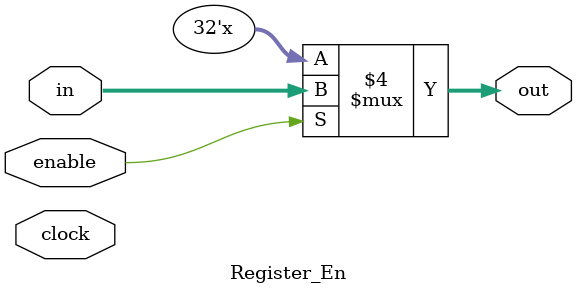
<source format=v>
module Register_En( 
    clock,
    enable,
    in,
    out
    );

    input clock;
    input enable;
    input [31:0] in;
    output  [31:0] out;
    
    reg [31:0] out;
    initial begin 
        out = 0; 
    end 
    
    always @ (clock) begin
        if (enable ==1'b1)
            out <= in;  
    end 
        
endmodule 

</source>
